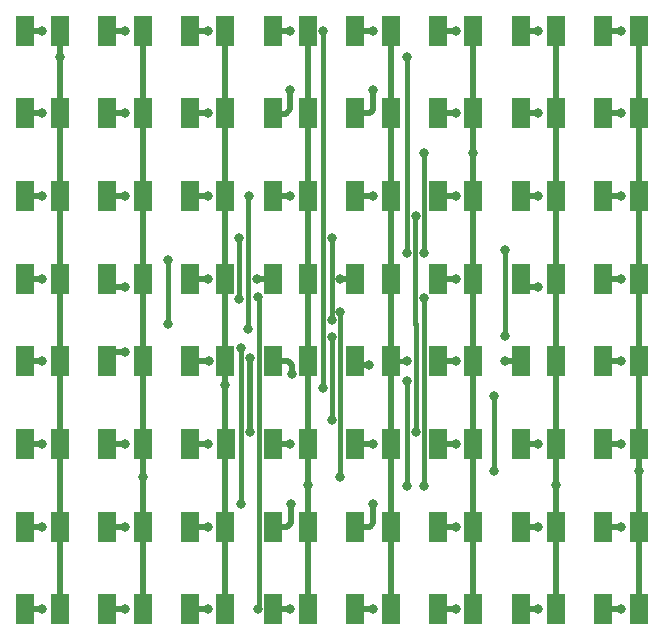
<source format=gbr>
%TF.GenerationSoftware,Altium Limited,Altium Designer,22.2.1 (43)*%
G04 Layer_Physical_Order=1*
G04 Layer_Color=255*
%FSLAX43Y43*%
%MOMM*%
%TF.SameCoordinates,12936C2D-F9F3-4D5E-B855-D0F9E265F173*%
%TF.FilePolarity,Positive*%
%TF.FileFunction,Copper,L1,Top,Signal*%
%TF.Part,Single*%
G01*
G75*
%TA.AperFunction,SMDPad,CuDef*%
%ADD10R,1.500X2.600*%
%TA.AperFunction,Conductor*%
%ADD11C,0.508*%
%ADD12C,0.381*%
%TA.AperFunction,ViaPad*%
%ADD13C,0.800*%
D10*
X33000Y10000D02*
D03*
X30000D02*
D03*
X2000Y52000D02*
D03*
X5000D02*
D03*
X12000D02*
D03*
X9000D02*
D03*
X16000D02*
D03*
X19000D02*
D03*
X26000D02*
D03*
X23000D02*
D03*
X30000D02*
D03*
X33000D02*
D03*
X40000D02*
D03*
X37000D02*
D03*
X44000D02*
D03*
X47000D02*
D03*
X54000D02*
D03*
X51000D02*
D03*
X2000Y45000D02*
D03*
X5000D02*
D03*
X12000D02*
D03*
X9000D02*
D03*
X16000D02*
D03*
X19000D02*
D03*
X26000D02*
D03*
X23000D02*
D03*
X30000D02*
D03*
X33000D02*
D03*
X40000D02*
D03*
X37000D02*
D03*
X44000D02*
D03*
X47000D02*
D03*
X54000D02*
D03*
X51000D02*
D03*
X2000Y38000D02*
D03*
X5000D02*
D03*
X12000D02*
D03*
X9000D02*
D03*
X16000D02*
D03*
X19000D02*
D03*
X26000D02*
D03*
X23000D02*
D03*
X30000D02*
D03*
X33000D02*
D03*
X40000D02*
D03*
X37000D02*
D03*
X44000D02*
D03*
X47000D02*
D03*
X54000D02*
D03*
X51000D02*
D03*
X2000Y31000D02*
D03*
X5000D02*
D03*
X12000D02*
D03*
X9000D02*
D03*
X16000D02*
D03*
X19000D02*
D03*
X26000D02*
D03*
X23000D02*
D03*
X30000D02*
D03*
X33000D02*
D03*
X40000D02*
D03*
X37000D02*
D03*
X44000D02*
D03*
X47000D02*
D03*
X54000D02*
D03*
X51000D02*
D03*
X2000Y24000D02*
D03*
X5000D02*
D03*
X12000D02*
D03*
X9000D02*
D03*
X16000D02*
D03*
X19000D02*
D03*
X26000D02*
D03*
X23000D02*
D03*
X30000D02*
D03*
X33000D02*
D03*
X40000D02*
D03*
X37000D02*
D03*
X44000D02*
D03*
X47000D02*
D03*
X54000D02*
D03*
X51000D02*
D03*
X2000Y17000D02*
D03*
X5000D02*
D03*
X12000D02*
D03*
X9000D02*
D03*
X16030Y17021D02*
D03*
X19030D02*
D03*
X26000Y17000D02*
D03*
X23000D02*
D03*
X30000D02*
D03*
X33000D02*
D03*
X40000D02*
D03*
X37000D02*
D03*
X44000D02*
D03*
X47000D02*
D03*
X54000D02*
D03*
X51000D02*
D03*
X2000Y10000D02*
D03*
X5000D02*
D03*
X12000D02*
D03*
X9000D02*
D03*
X16000D02*
D03*
X19000D02*
D03*
X26000D02*
D03*
X23000D02*
D03*
X40000D02*
D03*
X37000D02*
D03*
X44000D02*
D03*
X47000D02*
D03*
X54000D02*
D03*
X51000D02*
D03*
X2000Y3000D02*
D03*
X5000D02*
D03*
X12000D02*
D03*
X9000D02*
D03*
X16000D02*
D03*
X19000D02*
D03*
X26000D02*
D03*
X23000D02*
D03*
X30000D02*
D03*
X33000D02*
D03*
X40000D02*
D03*
X37000D02*
D03*
X44000D02*
D03*
X47000D02*
D03*
X54000D02*
D03*
X51000D02*
D03*
D11*
X19000Y10000D02*
Y21986D01*
Y24000D01*
X16000D02*
X17621D01*
X21645Y31013D02*
X22987D01*
X23000Y31000D01*
X54000Y14740D02*
Y17000D01*
Y10000D02*
Y14740D01*
X30000Y24000D02*
X30310Y23690D01*
X31123D01*
X37000Y24000D02*
X38500D01*
X33000Y17000D02*
Y24000D01*
Y10000D02*
Y17000D01*
X26000D02*
Y24000D01*
Y38000D01*
Y13491D02*
Y17000D01*
X42672Y24000D02*
X44000D01*
X47000Y10000D02*
Y17000D01*
X37000D02*
X38500D01*
X37000Y38000D02*
X38500D01*
X37000Y45000D02*
X38500D01*
X37000Y52000D02*
X38500D01*
X47000Y38000D02*
Y45000D01*
Y52000D01*
X40000Y41664D02*
Y45000D01*
Y38000D02*
Y41664D01*
X26000Y10000D02*
Y13491D01*
X24609Y23020D02*
X24665Y22964D01*
X24609Y23020D02*
Y23659D01*
X24268Y24000D02*
X24609Y23659D01*
X21091Y18051D02*
Y24316D01*
X21099Y24325D01*
X21082Y18042D02*
X21091Y18051D01*
X12000Y14232D02*
Y17000D01*
Y10000D02*
Y14232D01*
X28740Y30996D02*
X29996D01*
X30000Y31000D01*
X44000Y38000D02*
X45500D01*
X33000D02*
Y45000D01*
Y31000D02*
Y38000D01*
Y24000D02*
Y31000D01*
X30000Y38000D02*
X31500D01*
X31496Y45298D02*
Y46998D01*
X5000Y49792D02*
Y52000D01*
Y45000D02*
Y49792D01*
X16000Y31000D02*
X17500D01*
X5000Y24000D02*
Y31000D01*
Y17000D02*
Y24000D01*
X30000Y17000D02*
X31500D01*
X23000D02*
X24500D01*
X26000Y38000D02*
Y45000D01*
X51000Y24000D02*
X52500D01*
X37000Y31000D02*
X38500D01*
X24130Y44966D02*
X24491Y45327D01*
Y47001D01*
X23034Y44966D02*
X24130D01*
X23000Y45000D02*
X23034Y44966D01*
X30000Y45000D02*
X31198D01*
X31496Y45298D01*
X24533Y10298D02*
Y11961D01*
X31496Y10298D02*
Y11946D01*
X30000Y10000D02*
X31198D01*
X31496Y10298D01*
X23000Y10000D02*
X24235D01*
X24533Y10298D01*
Y11961D02*
X24538Y11966D01*
X9496Y30306D02*
X10456D01*
X5000Y31000D02*
Y38000D01*
Y45000D01*
Y10000D02*
Y17000D01*
Y3000D02*
Y10000D01*
X47000Y24000D02*
Y31000D01*
X26000Y45000D02*
Y52000D01*
X47000Y17000D02*
Y24000D01*
X54000Y38000D02*
Y45000D01*
X47000Y31000D02*
Y38000D01*
X54000Y45000D02*
Y52000D01*
X40000Y3000D02*
Y10000D01*
X12000Y3000D02*
Y10000D01*
X44000Y30756D02*
X44496Y30260D01*
X9000Y3000D02*
X10500D01*
X2000Y10000D02*
X3500D01*
X51000D02*
X52500D01*
X44000D02*
X45500D01*
X9000Y24000D02*
Y24263D01*
X2000Y45000D02*
X3500D01*
X16051Y17000D02*
X17500D01*
X16000Y45000D02*
X17500D01*
X9000Y30802D02*
X9496Y30306D01*
X23000Y38000D02*
X24500D01*
X9000Y45000D02*
X10500D01*
X54000Y17000D02*
Y24000D01*
X26000Y3000D02*
Y10000D01*
X19000Y3000D02*
Y10000D01*
X47000Y3000D02*
Y10000D01*
X12000Y24000D02*
Y31000D01*
X54000Y3000D02*
Y10000D01*
X12000Y31000D02*
Y38000D01*
Y17000D02*
Y24000D01*
X33000Y3000D02*
Y10000D01*
X16000Y3000D02*
X17500D01*
X23000D02*
X24500D01*
X9496Y24759D02*
X10529D01*
X9000Y24263D02*
X9496Y24759D01*
X44000Y30756D02*
Y31000D01*
X9000Y30802D02*
Y31000D01*
X40000Y17000D02*
Y24000D01*
X33000Y45000D02*
Y52000D01*
X12000Y45000D02*
Y52000D01*
X19000Y24000D02*
Y31000D01*
X12000Y38000D02*
Y45000D01*
X19000Y38000D02*
Y45000D01*
Y52000D01*
X40000Y10000D02*
Y17000D01*
X19000Y31000D02*
Y38000D01*
X2000Y3000D02*
X3500D01*
X44496Y30260D02*
X45500D01*
X9000Y17000D02*
X10500D01*
X37000Y10000D02*
X38500D01*
X51000Y17000D02*
X52500D01*
X2000D02*
X3500D01*
X2000Y24000D02*
X3500D01*
X9000Y10000D02*
X10500D01*
X16030Y17021D02*
X16051Y17000D01*
X9000Y38000D02*
X10500D01*
X51000Y31000D02*
X52500D01*
X44000Y45000D02*
X45500D01*
X51000Y38000D02*
X52500D01*
X16000D02*
X17500D01*
X2000D02*
X3500D01*
X16000Y10000D02*
X17500D01*
X44000Y17000D02*
X45500D01*
X2000Y31000D02*
X3500D01*
X51000Y45000D02*
X52500D01*
X54000Y24000D02*
Y31000D01*
X40000Y45000D02*
Y52000D01*
X54000Y31000D02*
Y38000D01*
X40000Y24000D02*
Y31000D01*
Y38000D01*
X23000Y24000D02*
X24268D01*
X9000Y52000D02*
X10500D01*
X23000D02*
X24500D01*
X16000D02*
X17500D01*
X30000D02*
X31500D01*
X51000D02*
X52500D01*
X44000D02*
X45500D01*
X2000D02*
X3500D01*
X30000Y3000D02*
X31500D01*
X51000D02*
X52500D01*
X37000D02*
X38500D01*
X44000D02*
X45500D01*
D12*
X28000Y19024D02*
Y26030D01*
X28740Y14232D02*
Y28146D01*
X20903Y26771D02*
Y37941D01*
X20962Y38000D01*
X20163Y29335D02*
Y34485D01*
X20141Y29313D02*
X20163Y29335D01*
X21781Y29413D02*
X21844Y29350D01*
Y3080D02*
Y29350D01*
X21764Y3000D02*
X21844Y3080D01*
X41771Y14740D02*
Y21090D01*
X34356Y16796D02*
Y19928D01*
X34357Y19929D01*
Y13470D02*
Y16795D01*
X35097Y18042D02*
X35097Y18043D01*
X34356Y16796D02*
X34357Y16795D01*
X35097Y18043D02*
Y27175D01*
X35837Y13485D02*
Y29337D01*
X34357Y19929D02*
Y22315D01*
X27260Y21745D02*
Y51970D01*
X42672Y26170D02*
Y33460D01*
X33000Y24000D02*
X34357D01*
X35087Y27186D02*
Y36281D01*
Y27186D02*
X35097Y27175D01*
X34352Y49787D02*
X34357Y49792D01*
X34352Y33220D02*
Y49787D01*
X34346Y33215D02*
X34352Y33220D01*
X35852Y33140D02*
Y41626D01*
X35814Y41664D02*
X35852Y41626D01*
X20300Y11966D02*
Y25154D01*
X28000Y27500D02*
Y34485D01*
X27260Y51970D02*
X27300Y52011D01*
X14115Y27186D02*
Y32624D01*
D13*
X19000Y21986D02*
D03*
X17621Y24000D02*
D03*
X28000Y19024D02*
D03*
X17500Y31000D02*
D03*
X20962Y38000D02*
D03*
X20141Y29313D02*
D03*
X21781Y29413D02*
D03*
X21645Y31013D02*
D03*
X20163Y34485D02*
D03*
X20903Y26771D02*
D03*
X54000Y14740D02*
D03*
X41771D02*
D03*
Y21090D02*
D03*
X31123Y23690D02*
D03*
X35097Y18042D02*
D03*
X38500Y24000D02*
D03*
X34357Y22315D02*
D03*
X27260Y21745D02*
D03*
X42672Y26170D02*
D03*
Y24000D02*
D03*
X35837Y29337D02*
D03*
X34357Y24000D02*
D03*
X46990Y13491D02*
D03*
X38500Y17000D02*
D03*
X35852Y13470D02*
D03*
X34346Y33215D02*
D03*
X35852Y33140D02*
D03*
X38500Y38000D02*
D03*
Y45000D02*
D03*
Y52000D02*
D03*
X40000Y41664D02*
D03*
X35814D02*
D03*
X35111Y36305D02*
D03*
X26000Y13491D02*
D03*
X34357Y13470D02*
D03*
X24665Y22964D02*
D03*
X21099Y24325D02*
D03*
X20300Y25154D02*
D03*
X12000Y14232D02*
D03*
X28740D02*
D03*
Y28146D02*
D03*
Y30996D02*
D03*
X28000Y34485D02*
D03*
X45500Y38000D02*
D03*
X42672Y33460D02*
D03*
X31500Y38000D02*
D03*
X31496Y46998D02*
D03*
X5000Y49792D02*
D03*
X34357D02*
D03*
X21764Y3000D02*
D03*
X28000Y27500D02*
D03*
X20300Y11966D02*
D03*
X28000Y26030D02*
D03*
X3500Y31000D02*
D03*
X14115Y27186D02*
D03*
X27300Y52011D02*
D03*
X31500Y17000D02*
D03*
X21082Y18042D02*
D03*
X24500Y17000D02*
D03*
X14115Y32624D02*
D03*
X52500Y24000D02*
D03*
X38500Y31000D02*
D03*
X24491Y47001D02*
D03*
X24538Y11946D02*
D03*
X31496D02*
D03*
X10456Y30306D02*
D03*
X10529Y24759D02*
D03*
X45500Y30260D02*
D03*
X3500Y52000D02*
D03*
Y45000D02*
D03*
Y38000D02*
D03*
Y24000D02*
D03*
Y17000D02*
D03*
Y10000D02*
D03*
X52500D02*
D03*
X38500D02*
D03*
X17500D02*
D03*
X10500D02*
D03*
X45500D02*
D03*
X52500Y3000D02*
D03*
X38500D02*
D03*
X31500D02*
D03*
X24500D02*
D03*
X17500D02*
D03*
X10500D02*
D03*
X3500D02*
D03*
X45500D02*
D03*
X52500Y17000D02*
D03*
X17500D02*
D03*
X10500D02*
D03*
X45500D02*
D03*
X52500Y31000D02*
D03*
Y38000D02*
D03*
X24500D02*
D03*
X17500D02*
D03*
X10500D02*
D03*
X45500Y45000D02*
D03*
X10500D02*
D03*
X17500D02*
D03*
X52500D02*
D03*
Y52000D02*
D03*
X45500D02*
D03*
X31500D02*
D03*
X24500D02*
D03*
X17500D02*
D03*
X10500D02*
D03*
%TF.MD5,934943da3c2927f39caeb6b373eccb6d*%
M02*

</source>
